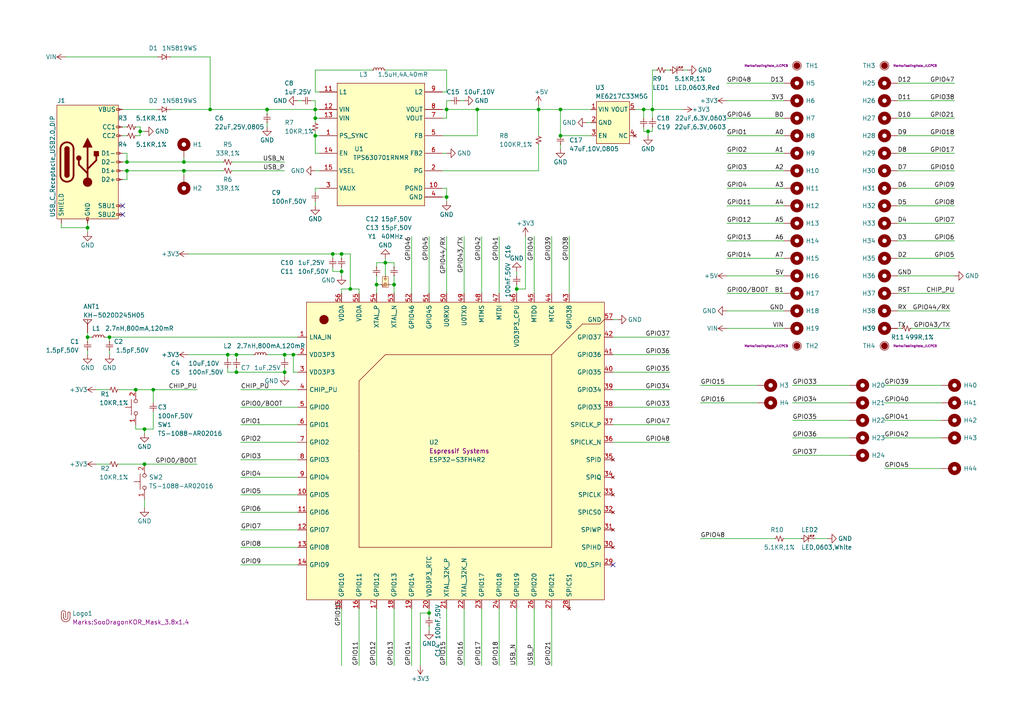
<source format=kicad_sch>
(kicad_sch (version 20250114) (generator "eeschema") (generator_version "9.0")
  (paper "A4")
  (title_block (rev "1") (company "Geekble") (comment 1 "2-Layer, 1-Oz, JLC PCB Fabrication") (comment 4 "SooDragon"))
  (junction (at 53.34 49.53))
  (junction (at 25.4 97.79))
  (junction (at 162.56 31.75))
  (junction (at 124.46 177.8))
  (junction (at 85.09 102.87))
  (junction (at 186.69 31.75))
  (junction (at 99.06 73.66))
  (junction (at 91.44 31.75))
  (junction (at 91.44 39.37))
  (junction (at 149.86 83.82))
  (junction (at 60.96 31.75))
  (junction (at 36.83 49.53))
  (junction (at 111.76 76.2))
  (junction (at 129.54 31.75))
  (junction (at 101.6 83.82))
  (junction (at 162.56 39.37))
  (junction (at 138.43 31.75))
  (junction (at 189.23 31.75))
  (junction (at 68.58 107.95))
  (junction (at 82.55 107.95))
  (junction (at 31.75 97.79))
  (junction (at 96.52 73.66))
  (junction (at 68.58 102.87))
  (junction (at 91.44 34.29))
  (junction (at 77.47 31.75))
  (junction (at 39.37 113.03))
  (junction (at 187.96 38.1))
  (junction (at 40.64 38.1))
  (junction (at 114.3 82.55))
  (junction (at 109.22 82.55))
  (junction (at 82.55 102.87))
  (junction (at 41.91 134.62))
  (junction (at 36.83 46.99))
  (junction (at 99.06 78.74))
  (junction (at 66.04 102.87))
  (junction (at 41.91 124.46))
  (junction (at 44.45 113.03))
  (junction (at 129.54 57.15))
  (junction (at 25.4 66.04))
  (junction (at 53.34 46.99))
  (junction (at 156.21 31.75))
  (no_connect (at 35.56 62.23))
  (no_connect (at 35.56 59.69))
  (no_connect (at 177.8 163.83))
  (wire (pts (xy 139.7 68.58) (xy 139.7 85.09)))
  (wire (pts (xy 99.06 73.66) (xy 96.52 73.66)))
  (wire (pts (xy 121.92 177.8) (xy 124.46 177.8)))
  (wire (pts (xy 25.4 101.6) (xy 25.4 102.87)))
  (wire (pts (xy 165.1 68.58) (xy 165.1 85.09)))
  (wire (pts (xy 66.04 106.68) (xy 66.04 107.95)))
  (wire (pts (xy 30.48 97.79) (xy 31.75 97.79)))
  (wire (pts (xy 152.4 83.82) (xy 149.86 83.82)))
  (wire (pts (xy 66.04 107.95) (xy 68.58 107.95)))
  (wire (pts (xy 91.44 39.37) (xy 91.44 44.45)))
  (wire (pts (xy 187.96 38.1) (xy 186.69 38.1)))
  (wire (pts (xy 104.14 193.04) (xy 104.14 176.53)))
  (wire (pts (xy 276.86 29.21) (xy 260.35 29.21)))
  (wire (pts (xy 119.38 68.58) (xy 119.38 85.09)))
  (wire (pts (xy 194.31 107.95) (xy 177.8 107.95)))
  (wire (pts (xy 25.4 66.04) (xy 17.78 66.04)))
  (wire (pts (xy 156.21 31.75) (xy 156.21 39.37)))
  (wire (pts (xy 162.56 39.37) (xy 171.45 39.37)))
  (wire (pts (xy 67.31 46.99) (xy 82.55 46.99)))
  (wire (pts (xy 129.54 193.04) (xy 129.54 176.53)))
  (wire (pts (xy 149.86 83.82) (xy 149.86 82.55)))
  (wire (pts (xy 124.46 177.8) (xy 124.46 179.07)))
  (wire (pts (xy 99.06 85.09) (xy 99.06 83.82)))
  (wire (pts (xy 25.4 64.77) (xy 25.4 66.04)))
  (wire (pts (xy 129.54 57.15) (xy 129.54 58.42)))
  (wire (pts (xy 189.23 34.29) (xy 189.23 31.75)))
  (wire (pts (xy 44.45 124.46) (xy 44.45 119.38)))
  (wire (pts (xy 67.31 49.53) (xy 82.55 49.53)))
  (wire (pts (xy 82.55 102.87) (xy 85.09 102.87)))
  (wire (pts (xy 227.33 85.09) (xy 210.82 85.09)))
  (wire (pts (xy 121.92 193.04) (xy 121.92 177.8)))
  (wire (pts (xy 53.34 49.53) (xy 64.77 49.53)))
  (wire (pts (xy 36.83 46.99) (xy 53.34 46.99)))
  (wire (pts (xy 114.3 193.04) (xy 114.3 176.53)))
  (wire (pts (xy 53.34 49.53) (xy 53.34 50.8)))
  (wire (pts (xy 109.22 82.55) (xy 109.22 85.09)))
  (wire (pts (xy 193.04 20.32) (xy 194.31 20.32)))
  (wire (pts (xy 227.33 39.37) (xy 210.82 39.37)))
  (wire (pts (xy 69.85 143.51) (xy 86.36 143.51)))
  (wire (pts (xy 109.22 76.2) (xy 109.22 77.47)))
  (wire (pts (xy 69.85 123.19) (xy 86.36 123.19)))
  (wire (pts (xy 130.81 29.21) (xy 129.54 29.21)))
  (wire (pts (xy 149.86 80.01) (xy 149.86 78.74)))
  (wire (pts (xy 210.82 64.77) (xy 227.33 64.77)))
  (wire (pts (xy 194.31 123.19) (xy 177.8 123.19)))
  (wire (pts (xy 54.61 102.87) (xy 66.04 102.87)))
  (wire (pts (xy 25.4 96.52) (xy 25.4 97.79)))
  (wire (pts (xy 39.37 39.37) (xy 40.64 39.37)))
  (wire (pts (xy 194.31 97.79) (xy 177.8 97.79)))
  (wire (pts (xy 82.55 106.68) (xy 82.55 107.95)))
  (wire (pts (xy 60.96 16.51) (xy 60.96 31.75)))
  (wire (pts (xy 260.35 34.29) (xy 276.86 34.29)))
  (wire (pts (xy 229.87 111.76) (xy 246.38 111.76)))
  (wire (pts (xy 35.56 44.45) (xy 36.83 44.45)))
  (wire (pts (xy 99.06 78.74) (xy 99.06 80.01)))
  (wire (pts (xy 114.3 77.47) (xy 114.3 76.2)))
  (wire (pts (xy 240.03 156.21) (xy 236.22 156.21)))
  (wire (pts (xy 91.44 31.75) (xy 92.71 31.75)))
  (wire (pts (xy 36.83 49.53) (xy 36.83 52.07)))
  (wire (pts (xy 138.43 31.75) (xy 156.21 31.75)))
  (wire (pts (xy 91.44 20.32) (xy 91.44 26.67)))
  (wire (pts (xy 124.46 181.61) (xy 124.46 182.88)))
  (wire (pts (xy 154.94 176.53) (xy 154.94 193.04)))
  (wire (pts (xy 91.44 34.29) (xy 92.71 34.29)))
  (wire (pts (xy 49.53 16.51) (xy 60.96 16.51)))
  (wire (pts (xy 77.47 31.75) (xy 91.44 31.75)))
  (wire (pts (xy 39.37 113.03) (xy 44.45 113.03)))
  (wire (pts (xy 77.47 102.87) (xy 82.55 102.87)))
  (wire (pts (xy 190.5 20.32) (xy 189.23 20.32)))
  (wire (pts (xy 40.64 38.1) (xy 40.64 36.83)))
  (wire (pts (xy 66.04 104.14) (xy 66.04 102.87)))
  (wire (pts (xy 25.4 97.79) (xy 25.4 99.06)))
  (wire (pts (xy 69.85 128.27) (xy 86.36 128.27)))
  (wire (pts (xy 114.3 82.55) (xy 114.3 85.09)))
  (wire (pts (xy 35.56 52.07) (xy 36.83 52.07)))
  (wire (pts (xy 128.27 57.15) (xy 129.54 57.15)))
  (wire (pts (xy 139.7 193.04) (xy 139.7 176.53)))
  (wire (pts (xy 189.23 31.75) (xy 198.12 31.75)))
  (wire (pts (xy 77.47 35.56) (xy 77.47 36.83)))
  (wire (pts (xy 162.56 31.75) (xy 171.45 31.75)))
  (wire (pts (xy 256.54 116.84) (xy 273.05 116.84)))
  (wire (pts (xy 186.69 31.75) (xy 186.69 34.29)))
  (wire (pts (xy 41.91 124.46) (xy 41.91 125.73)))
  (wire (pts (xy 85.09 107.95) (xy 85.09 102.87)))
  (wire (pts (xy 210.82 59.69) (xy 227.33 59.69)))
  (wire (pts (xy 276.86 44.45) (xy 260.35 44.45)))
  (wire (pts (xy 60.96 31.75) (xy 77.47 31.75)))
  (wire (pts (xy 90.17 29.21) (xy 91.44 29.21)))
  (wire (pts (xy 34.29 134.62) (xy 41.91 134.62)))
  (wire (pts (xy 27.94 134.62) (xy 31.75 134.62)))
  (wire (pts (xy 162.56 39.37) (xy 162.56 31.75)))
  (wire (pts (xy 54.61 73.66) (xy 96.52 73.66)))
  (wire (pts (xy 99.06 77.47) (xy 99.06 78.74)))
  (wire (pts (xy 227.33 44.45) (xy 210.82 44.45)))
  (wire (pts (xy 69.85 148.59) (xy 86.36 148.59)))
  (wire (pts (xy 128.27 44.45) (xy 129.54 44.45)))
  (wire (pts (xy 101.6 83.82) (xy 104.14 83.82)))
  (wire (pts (xy 96.52 77.47) (xy 96.52 78.74)))
  (wire (pts (xy 229.87 127) (xy 246.38 127)))
  (wire (pts (xy 109.22 80.01) (xy 109.22 82.55)))
  (wire (pts (xy 34.29 113.03) (xy 39.37 113.03)))
  (wire (pts (xy 39.37 124.46) (xy 41.91 124.46)))
  (wire (pts (xy 69.85 138.43) (xy 86.36 138.43)))
  (wire (pts (xy 184.15 31.75) (xy 186.69 31.75)))
  (wire (pts (xy 41.91 134.62) (xy 57.15 134.62)))
  (wire (pts (xy 114.3 76.2) (xy 111.76 76.2)))
  (wire (pts (xy 53.34 45.72) (xy 53.34 46.99)))
  (wire (pts (xy 49.53 31.75) (xy 60.96 31.75)))
  (wire (pts (xy 260.35 95.25) (xy 261.62 95.25)))
  (wire (pts (xy 114.3 80.01) (xy 114.3 82.55)))
  (wire (pts (xy 156.21 30.48) (xy 156.21 31.75)))
  (wire (pts (xy 27.94 113.03) (xy 31.75 113.03)))
  (wire (pts (xy 256.54 135.89) (xy 273.05 135.89)))
  (wire (pts (xy 104.14 83.82) (xy 104.14 85.09)))
  (wire (pts (xy 160.02 68.58) (xy 160.02 85.09)))
  (wire (pts (xy 194.31 113.03) (xy 177.8 113.03)))
  (wire (pts (xy 35.56 31.75) (xy 45.72 31.75)))
  (wire (pts (xy 276.86 39.37) (xy 260.35 39.37)))
  (wire (pts (xy 41.91 124.46) (xy 44.45 124.46)))
  (wire (pts (xy 44.45 113.03) (xy 44.45 116.84)))
  (wire (pts (xy 128.27 39.37) (xy 138.43 39.37)))
  (wire (pts (xy 99.06 73.66) (xy 101.6 73.66)))
  (wire (pts (xy 194.31 128.27) (xy 177.8 128.27)))
  (wire (pts (xy 69.85 163.83) (xy 86.36 163.83)))
  (wire (pts (xy 149.86 85.09) (xy 149.86 83.82)))
  (wire (pts (xy 91.44 26.67) (xy 92.71 26.67)))
  (wire (pts (xy 109.22 193.04) (xy 109.22 176.53)))
  (wire (pts (xy 99.06 193.04) (xy 99.06 176.53)))
  (wire (pts (xy 128.27 31.75) (xy 129.54 31.75)))
  (wire (pts (xy 99.06 83.82) (xy 101.6 83.82)))
  (wire (pts (xy 91.44 44.45) (xy 92.71 44.45)))
  (wire (pts (xy 227.33 80.01) (xy 210.82 80.01)))
  (wire (pts (xy 31.75 102.87) (xy 31.75 101.6)))
  (wire (pts (xy 35.56 49.53) (xy 36.83 49.53)))
  (wire (pts (xy 99.06 73.66) (xy 99.06 74.93)))
  (wire (pts (xy 35.56 36.83) (xy 36.83 36.83)))
  (wire (pts (xy 156.21 49.53) (xy 156.21 41.91)))
  (wire (pts (xy 227.33 54.61) (xy 210.82 54.61)))
  (wire (pts (xy 210.82 74.93) (xy 227.33 74.93)))
  (wire (pts (xy 91.44 39.37) (xy 92.71 39.37)))
  (wire (pts (xy 82.55 107.95) (xy 82.55 109.22)))
  (wire (pts (xy 96.52 78.74) (xy 99.06 78.74)))
  (wire (pts (xy 256.54 127) (xy 273.05 127)))
  (wire (pts (xy 86.36 29.21) (xy 87.63 29.21)))
  (wire (pts (xy 69.85 118.11) (xy 86.36 118.11)))
  (wire (pts (xy 91.44 38.1) (xy 91.44 39.37)))
  (wire (pts (xy 113.03 82.55) (xy 114.3 82.55)))
  (wire (pts (xy 31.75 97.79) (xy 86.36 97.79)))
  (wire (pts (xy 96.52 73.66) (xy 96.52 74.93)))
  (wire (pts (xy 91.44 34.29) (xy 91.44 35.56)))
  (wire (pts (xy 138.43 31.75) (xy 138.43 39.37)))
  (wire (pts (xy 232.41 156.21) (xy 227.33 156.21)))
  (wire (pts (xy 203.2 156.21) (xy 224.79 156.21)))
  (wire (pts (xy 210.82 69.85) (xy 227.33 69.85)))
  (wire (pts (xy 276.86 74.93) (xy 260.35 74.93)))
  (wire (pts (xy 276.86 54.61) (xy 260.35 54.61)))
  (wire (pts (xy 91.44 55.88) (xy 91.44 54.61)))
  (wire (pts (xy 69.85 133.35) (xy 86.36 133.35)))
  (wire (pts (xy 256.54 121.92) (xy 273.05 121.92)))
  (wire (pts (xy 210.82 24.13) (xy 227.33 24.13)))
  (wire (pts (xy 110.49 82.55) (xy 109.22 82.55)))
  (wire (pts (xy 129.54 20.32) (xy 129.54 26.67)))
  (wire (pts (xy 149.86 176.53) (xy 149.86 193.04)))
  (wire (pts (xy 124.46 68.58) (xy 124.46 85.09)))
  (wire (pts (xy 194.31 102.87) (xy 177.8 102.87)))
  (wire (pts (xy 156.21 31.75) (xy 162.56 31.75)))
  (wire (pts (xy 119.38 193.04) (xy 119.38 176.53)))
  (wire (pts (xy 91.44 49.53) (xy 92.71 49.53)))
  (wire (pts (xy 91.44 29.21) (xy 91.44 31.75)))
  (wire (pts (xy 134.62 68.58) (xy 134.62 85.09)))
  (wire (pts (xy 203.2 116.84) (xy 219.71 116.84)))
  (wire (pts (xy 229.87 121.92) (xy 246.38 121.92)))
  (wire (pts (xy 276.86 59.69) (xy 260.35 59.69)))
  (wire (pts (xy 35.56 46.99) (xy 36.83 46.99)))
  (wire (pts (xy 111.76 20.32) (xy 129.54 20.32)))
  (wire (pts (xy 129.54 29.21) (xy 129.54 31.75)))
  (wire (pts (xy 256.54 111.76) (xy 273.05 111.76)))
  (wire (pts (xy 68.58 106.68) (xy 68.58 107.95)))
  (wire (pts (xy 91.44 34.29) (xy 91.44 31.75)))
  (wire (pts (xy 144.78 68.58) (xy 144.78 85.09)))
  (wire (pts (xy 133.35 29.21) (xy 134.62 29.21)))
  (wire (pts (xy 128.27 54.61) (xy 129.54 54.61)))
  (wire (pts (xy 144.78 193.04) (xy 144.78 176.53)))
  (wire (pts (xy 69.85 153.67) (xy 86.36 153.67)))
  (wire (pts (xy 91.44 54.61) (xy 92.71 54.61)))
  (wire (pts (xy 68.58 102.87) (xy 68.58 104.14)))
  (wire (pts (xy 107.95 20.32) (xy 91.44 20.32)))
  (wire (pts (xy 227.33 90.17) (xy 210.82 90.17)))
  (wire (pts (xy 36.83 49.53) (xy 53.34 49.53)))
  (wire (pts (xy 19.05 16.51) (xy 45.72 16.51)))
  (wire (pts (xy 264.16 95.25) (xy 275.59 95.25)))
  (wire (pts (xy 129.54 68.58) (xy 129.54 85.09)))
  (wire (pts (xy 260.35 85.09) (xy 276.86 85.09)))
  (wire (pts (xy 129.54 54.61) (xy 129.54 57.15)))
  (wire (pts (xy 68.58 102.87) (xy 73.66 102.87)))
  (wire (pts (xy 276.86 64.77) (xy 260.35 64.77)))
  (wire (pts (xy 25.4 66.04) (xy 25.4 67.31)))
  (wire (pts (xy 186.69 38.1) (xy 186.69 36.83)))
  (wire (pts (xy 276.86 69.85) (xy 260.35 69.85)))
  (wire (pts (xy 198.12 20.32) (xy 199.39 20.32)))
  (wire (pts (xy 69.85 158.75) (xy 86.36 158.75)))
  (wire (pts (xy 17.78 66.04) (xy 17.78 64.77)))
  (wire (pts (xy 40.64 39.37) (xy 40.64 38.1)))
  (wire (pts (xy 187.96 39.37) (xy 187.96 38.1)))
  (wire (pts (xy 25.4 97.79) (xy 26.67 97.79)))
  (wire (pts (xy 189.23 20.32) (xy 189.23 31.75)))
  (wire (pts (xy 275.59 90.17) (xy 260.35 90.17)))
  (wire (pts (xy 170.18 35.56) (xy 171.45 35.56)))
  (wire (pts (xy 111.76 76.2) (xy 109.22 76.2)))
  (wire (pts (xy 128.27 34.29) (xy 129.54 34.29)))
  (wire (pts (xy 66.04 102.87) (xy 68.58 102.87)))
  (wire (pts (xy 39.37 36.83) (xy 40.64 36.83)))
  (wire (pts (xy 129.54 31.75) (xy 129.54 34.29)))
  (wire (pts (xy 82.55 102.87) (xy 82.55 104.14)))
  (wire (pts (xy 129.54 31.75) (xy 138.43 31.75)))
  (wire (pts (xy 229.87 116.84) (xy 246.38 116.84)))
  (wire (pts (xy 260.35 80.01) (xy 276.86 80.01)))
  (wire (pts (xy 128.27 49.53) (xy 156.21 49.53)))
  (wire (pts (xy 69.85 113.03) (xy 86.36 113.03)))
  (wire (pts (xy 187.96 38.1) (xy 189.23 38.1)))
  (wire (pts (xy 86.36 107.95) (xy 85.09 107.95)))
  (wire (pts (xy 44.45 113.03) (xy 57.15 113.03)))
  (wire (pts (xy 229.87 132.08) (xy 246.38 132.08)))
  (wire (pts (xy 124.46 176.53) (xy 124.46 177.8)))
  (wire (pts (xy 134.62 193.04) (xy 134.62 176.53)))
  (wire (pts (xy 53.34 46.99) (xy 64.77 46.99)))
  (wire (pts (xy 39.37 123.19) (xy 39.37 124.46)))
  (wire (pts (xy 31.75 97.79) (xy 31.75 99.06)))
  (wire (pts (xy 35.56 39.37) (xy 36.83 39.37)))
  (wire (pts (xy 91.44 58.42) (xy 91.44 59.69)))
  (wire (pts (xy 227.33 49.53) (xy 210.82 49.53)))
  (wire (pts (xy 77.47 31.75) (xy 77.47 33.02)))
  (wire (pts (xy 194.31 118.11) (xy 177.8 118.11)))
  (wire (pts (xy 210.82 95.25) (xy 227.33 95.25)))
  (wire (pts (xy 85.09 102.87) (xy 86.36 102.87)))
  (wire (pts (xy 152.4 68.58) (xy 152.4 83.82)))
  (wire (pts (xy 177.8 92.71) (xy 179.07 92.71)))
  (wire (pts (xy 36.83 44.45) (xy 36.83 46.99)))
  (wire (pts (xy 227.33 34.29) (xy 210.82 34.29)))
  (wire (pts (xy 203.2 111.76) (xy 219.71 111.76)))
  (wire (pts (xy 189.23 38.1) (xy 189.23 36.83)))
  (wire (pts (xy 111.76 76.2) (xy 111.76 80.01)))
  (wire (pts (xy 160.02 176.53) (xy 160.02 193.04)))
  (wire (pts (xy 186.69 31.75) (xy 189.23 31.75)))
  (wire (pts (xy 276.86 49.53) (xy 260.35 49.53)))
  (wire (pts (xy 276.86 24.13) (xy 260.35 24.13)))
  (wire (pts (xy 40.64 38.1) (xy 41.91 38.1)))
  (wire (pts (xy 111.76 74.93) (xy 111.76 76.2)))
  (wire (pts (xy 41.91 144.78) (xy 41.91 147.32)))
  (wire (pts (xy 129.54 26.67) (xy 128.27 26.67)))
  (wire (pts (xy 101.6 73.66) (xy 101.6 83.82)))
  (wire (pts (xy 68.58 107.95) (xy 82.55 107.95)))
  (wire (pts (xy 162.56 43.18) (xy 162.56 41.91)))
  (wire (pts (xy 154.94 68.58) (xy 154.94 85.09)))
  (wire (pts (xy 227.33 29.21) (xy 210.82 29.21)))
  (label "GPIO18" (at 276.86 39.37 180))
  (label "GND" (at 227.33 90.17 180))
  (label "GPIO14" (at 119.38 193.04 90))
  (label "A5" (at 227.33 64.77 180))
  (label "GPIO1" (at 69.85 123.19 0))
  (label "GPIO4" (at 69.85 138.43 0))
  (label "GPIO15" (at 203.2 111.76 0))
  (label "D11" (at 260.35 29.21 0))
  (label "GPIO45" (at 256.54 135.89 0))
  (label "GPIO37" (at 194.31 97.79 180))
  (label "GPIO39" (at 256.54 111.76 0))
  (label "A3" (at 227.33 54.61 180))
  (label "GPIO48" (at 203.2 156.21 0))
  (label "GPIO38" (at 276.86 29.21 180))
  (label "GPIO40" (at 256.54 116.84 0))
  (label "GPIO12" (at 210.82 64.77 0))
  (label "GPIO34" (at 194.31 113.03 180))
  (label "D13" (at 227.33 24.13 180))
  (label "GPIO0{slash}BOOT" (at 210.82 85.09 0))
  (label "GPIO21" (at 160.02 193.04 90))
  (label "D10" (at 260.35 34.29 0))
  (label "D5" (at 260.35 59.69 0))
  (label "GPIO36" (at 194.31 102.87 180))
  (label "GPIO46" (at 119.38 68.58 270))
  (label "GPIO5" (at 276.86 74.93 180))
  (label "GPIO47" (at 276.86 24.13 180))
  (label "GPIO44{slash}RX" (at 275.59 90.17 180))
  (label "GPIO14" (at 210.82 74.93 0))
  (label "GPIO39" (at 160.02 68.58 270))
  (label "GND" (at 260.35 80.01 0))
  (label "B0" (at 227.33 34.29 180))
  (label "GPIO44{slash}RX" (at 129.54 68.58 270))
  (label "GPIO35" (at 229.87 121.92 0))
  (label "GPIO13" (at 114.3 193.04 90))
  (label "GPIO2" (at 210.82 44.45 0))
  (label "GPIO2" (at 69.85 128.27 0))
  (label "GPIO16" (at 203.2 116.84 0))
  (label "USB_N" (at 149.86 193.04 90))
  (label "GPIO41" (at 256.54 121.92 0))
  (label "D8" (at 260.35 44.45 0))
  (label "A7" (at 227.33 74.93 180))
  (label "GPIO33" (at 229.87 111.76 0))
  (label "TX" (at 260.35 95.25 0))
  (label "GPIO0{slash}BOOT" (at 69.85 118.11 0))
  (label "GPIO15" (at 129.54 193.04 90))
  (label "A4" (at 227.33 59.69 180))
  (label "A2" (at 227.33 49.53 180))
  (label "GPIO41" (at 144.78 68.58 270))
  (label "GPIO37" (at 229.87 132.08 0))
  (label "GPIO3" (at 69.85 133.35 0))
  (label "CHIP_PU" (at 69.85 113.03 0))
  (label "A6" (at 227.33 69.85 180))
  (label "5V" (at 227.33 80.01 180))
  (label "GPIO13" (at 210.82 69.85 0))
  (label "GPIO8" (at 69.85 158.75 0))
  (label "GPIO11" (at 210.82 59.69 0))
  (label "GPIO6" (at 69.85 148.59 0))
  (label "GPIO5" (at 69.85 143.51 0))
  (label "GPIO43{slash}TX" (at 275.59 95.25 180))
  (label "USB_P" (at 82.55 49.53 180))
  (label "GPIO3" (at 210.82 49.53 0))
  (label "GPIO10" (at 276.86 49.53 180))
  (label "GPIO12" (at 109.22 193.04 90))
  (label "CHIP_PU" (at 276.86 85.09 180))
  (label "D4" (at 260.35 64.77 0))
  (label "GPIO18" (at 144.78 193.04 90))
  (label "RST" (at 260.35 85.09 0))
  (label "GPIO33" (at 194.31 118.11 180))
  (label "GPIO35" (at 194.31 107.95 180))
  (label "GPIO36" (at 229.87 127 0))
  (label "GPIO38" (at 165.1 68.58 270))
  (label "GPIO40" (at 154.94 68.58 270))
  (label "USB_P" (at 154.94 193.04 90))
  (label "GPIO7" (at 69.85 153.67 0))
  (label "VIN" (at 227.33 95.25 180))
  (label "GPIO45" (at 124.46 68.58 270))
  (label "GPIO1" (at 210.82 39.37 0))
  (label "GPIO17" (at 139.7 193.04 90))
  (label "GPIO48" (at 210.82 24.13 0))
  (label "GPIO21" (at 276.86 34.29 180))
  (label "GPIO43{slash}TX" (at 134.62 68.58 270))
  (label "USB_N" (at 82.55 46.99 180))
  (label "GPIO48" (at 194.31 128.27 180))
  (label "RX" (at 260.35 90.17 0))
  (label "D2" (at 260.35 74.93 0))
  (label "D12" (at 260.35 24.13 0))
  (label "GPIO6" (at 276.86 69.85 180))
  (label "GPIO47" (at 194.31 123.19 180))
  (label "D3" (at 260.35 69.85 0))
  (label "GPIO42" (at 139.7 68.58 270))
  (label "A1" (at 227.33 44.45 180))
  (label "GPIO42" (at 256.54 127 0))
  (label "D9" (at 260.35 39.37 0))
  (label "B1" (at 227.33 85.09 180))
  (label "GPIO7" (at 276.86 64.77 180))
  (label "D7" (at 260.35 49.53 0))
  (label "GPIO10" (at 99.06 181.61 90))
  (label "CHIP_PU" (at 57.15 113.03 180))
  (label "GPIO4" (at 210.82 54.61 0))
  (label "GPIO0{slash}BOOT" (at 57.15 134.62 180))
  (label "3V3" (at 227.33 29.21 180))
  (label "GPIO11" (at 104.14 193.04 90))
  (label "GPIO46" (at 210.82 34.29 0))
  (label "GPIO8" (at 276.86 59.69 180))
  (label "GPIO34" (at 229.87 116.84 0))
  (label "GPIO17" (at 276.86 44.45 180))
  (label "A0" (at 227.33 39.37 180))
  (label "D6" (at 260.35 54.61 0))
  (label "GPIO16" (at 134.62 193.04 90))
  (label "GPIO9" (at 276.86 54.61 180))
  (label "GPIO9" (at 69.85 163.83 0))
  (symbol (lib_id "Resistors:5.1KR,1%") (at 38.1 36.83 0) (unit 1)
    (property "Reference" "R3" (at 35.56 34.29 0))
    (property "Value" "5.1KR,1%" (at 39.37 34.29 0) (effects (justify left)))
    (property "Footprint" "Resistors:R_0402" (effects (hide yes)))
    (property "Datasheet" "https://datasheet.lcsc.com/szlcsc/Uniroyal-Elec-0402WGF5101TCE_C25905.pdf" (effects (hide yes)))
    (property "LCSC" "C25905" (effects (hide yes)))
    (property "Manufacturer Part Number" "0402WGF5101TCE" (effects (hide yes)))
    (property "Manufacturer" "Uniroyal Elec" (effects (hide yes)))
    (property "Library Type" "Basic" (effects (hide yes)))
  )
  (symbol (lib_id "Power_Management_ICs:TPS630701RNMR") (at 110.49 44.45 0) (unit 1)
    (property "Reference" "U1" (at 104.14 43.18 0))
    (property "Value" "TPS630701RNMR" (at 110.49 45.72 0))
    (property "Footprint" "Power_Management_ICs:RNM0015A" (effects (hide yes)))
    (property "Datasheet" "https://www.lcsc.com/datasheet/lcsc_datasheet_2303010030_Texas-Instruments-TPS630701RNMR_C2876599.pdf" (effects (hide yes)))
    (property "Description" "2-V to 16-V Buck-Boost Converter With 3.6-A Switch Current" (effects (hide yes)))
    (property "LCSC" "C2876599" (effects (hide yes)))
    (property "Manufacturer Part Number" "TPS630701RNMR" (effects (hide yes)))
    (property "Manufacturer" "Texas Instruments" (effects (hide yes)))
    (property "Library Type" "Extended" (effects (hide yes)))
  )
  (symbol (lib_id "power:GND") (at 134.62 29.21 90) (unit 1)
    (property "Reference" "#PWR023" (effects (hide yes)))
    (property "Value" "GND" (at 139.7 29.21 90))
  )
  (symbol (lib_id "Inductors_Chokes_Transformers:1.5uH,4A,40mR") (at 110.49 20.32 0) (unit 1)
    (property "Reference" "L3" (at 105.41 21.59 0))
    (property "Value" "1.5uH,4A,40mR" (at 116.84 21.59 0))
    (property "Footprint" "Inductors_Chokes_Transformers:FTC201612S" (effects (hide yes)))
    (property "Datasheet" "https://datasheet.lcsc.com/lcsc/2304140030_TDK-MLK1005S2N7ST000_C76791.pdf" (effects (hide yes)))
    (property "Description" "4A 1.5uH Integrated molded inductor ±20% 4A SMD,1.6x2mm  Power Inductors ROHS" (effects (hide yes)))
    (property "LCSC" "C5832350" (effects (hide yes)))
    (property "Manufacturer Part Number" "FTC201612S1R5MBCA" (effects (hide yes)))
    (property "Manufacturer" "cjiang (Changjiang Microelectronics Tech)" (effects (hide yes)))
    (property "Library Type" "Extended" (effects (hide yes)))
  )
  (symbol (lib_id "power:GND") (at 129.54 58.42 0) (unit 1)
    (property "Reference" "#PWR022" (effects (hide yes)))
    (property "Value" "GND" (at 129.54 62.23 0))
  )
  (symbol (lib_id "power:GND") (at 82.55 109.22 0) (unit 1)
    (property "Reference" "#PWR013" (effects (hide yes)))
    (property "Value" "GND" (at 78.74 110.49 0))
  )
  (symbol (lib_id "Resistors:5.1KR,1%") (at 38.1 39.37 0) (unit 1)
    (property "Reference" "R4" (at 35.56 41.91 0))
    (property "Value" "5.1KR,1%" (at 39.37 41.91 0) (effects (justify left)))
    (property "Footprint" "Resistors:R_0402" (effects (hide yes)))
    (property "Datasheet" "https://datasheet.lcsc.com/szlcsc/Uniroyal-Elec-0402WGF5101TCE_C25905.pdf" (effects (hide yes)))
    (property "LCSC" "C25905" (effects (hide yes)))
    (property "Manufacturer Part Number" "0402WGF5101TCE" (effects (hide yes)))
    (property "Manufacturer" "Uniroyal Elec" (effects (hide yes)))
    (property "Library Type" "Basic" (effects (hide yes)))
  )
  (symbol (lib_id "power:GND") (at 162.56 43.18 0) (unit 1)
    (property "Reference" "#PWR027" (effects (hide yes)))
    (property "Value" "GND" (at 162.56 46.99 0))
  )
  (symbol (lib_id "Pushbutton_Switches_Relays:TS-1088-AR02016") (at 44.45 139.7 90) (unit 1)
    (property "Reference" "SW2" (at 43.18 138.43 90) (effects (justify right)))
    (property "Value" "TS-1088-AR02016" (at 43.18 140.97 90) (effects (justify right)))
    (property "Footprint" "Pushbutton_Switches_Relays:TS-1088-AR020" (effects (hide yes)))
    (property "Datasheet" "https://datasheet.lcsc.com/lcsc/2304140030_XUNPU-TS-1088-AR02016_C720477.pdf" (effects (hide yes)))
    (property "Manufacturer" "XUNPU" (effects (hide yes)))
    (property "Manufacturer Part Number" "TS-1088-AR02016" (effects (hide yes)))
    (property "LCSC" "C720477" (effects (hide yes)))
    (property "Library Type" "Extended" (effects (hide yes)))
  )
  (symbol (lib_id "power:GND") (at 86.36 29.21 270) (unit 1)
    (property "Reference" "#PWR014" (effects (hide yes)))
    (property "Value" "GND" (at 81.28 29.21 90))
  )
  (symbol (lib_id "power:+3V3") (at 198.12 31.75 270) (unit 1)
    (property "Reference" "#PWR031" (effects (hide yes)))
    (property "Value" "+3V3" (at 200.66 31.75 90) (effects (justify left)))
  )
  (symbol (lib_id "Marks:MountingHole_Pad") (at 248.92 121.92 270) (unit 1)
    (property "Reference" "H22" (at 252.7876 121.9199 90) (effects (justify left)))
    (property "Value" "MountingHole_Pad" (effects (hide yes)))
    (property "Footprint" "Connectors:1x1_1.0piPad_SMD" (effects (hide yes)))
  )
  (symbol (lib_id "Capacitors:22uF,6.3V,0603") (at 186.69 35.56 90) (unit 1)
    (property "Reference" "C18" (at 194.31 34.29 90) (effects (justify left)))
    (property "Value" "22uF,6.3V,0603" (at 210.82 34.29 90) (effects (justify left)))
    (property "Footprint" "Capacitors:C_0603" (effects (hide yes)))
    (property "Datasheet" "https://jlcpcb.com/api/file/downloadByFileSystemAccessId/8555544417670705152" (effects (hide yes)))
    (property "Description" "6.3V 22uF X5R ±20% 0603 Multilayer Ceramic Capacitors MLCC - SMD/SMT ROHS" (effects (hide yes)))
    (property "LCSC" "C59461" (effects (hide yes)))
    (property "Manufacturer Part Number" "CL10A226MQ8NRNC" (effects (hide yes)))
    (property "Manufacturer" "Samsung Electro-Mechanics" (effects (hide yes)))
    (property "Library Type" "Basic" (effects (hide yes)))
  )
  (symbol (lib_id "Marks:MountingHole_Pad") (at 257.81 29.21 90) (unit 1)
    (property "Reference" "H26" (at 254 29.21 90) (effects (justify left)))
    (property "Value" "MountingHole_Pad" (effects (hide yes)))
    (property "Footprint" "Connectors:1x1_P2.54_CastellatedPad" (effects (hide yes)))
  )
  (symbol (lib_name "5.1KR,1%_1") (lib_id "Resistors:5.1KR,1%") (at 226.06 156.21 180) (unit 1)
    (property "Reference" "R10" (at 227.33 153.67 0) (effects (justify left)))
    (property "Value" "5.1KR,1%" (at 226.06 158.75 0))
    (property "Footprint" "Resistors:R_0402" (effects (hide yes)))
    (property "Datasheet" "https://datasheet.lcsc.com/szlcsc/Uniroyal-Elec-0402WGF5101TCE_C25905.pdf" (effects (hide yes)))
    (property "LCSC" "C25905" (effects (hide yes)))
    (property "Manufacturer Part Number" "0402WGF5101TCE" (effects (hide yes)))
    (property "Manufacturer" "Uniroyal Elec" (effects (hide yes)))
    (property "Library Type" "Basic" (effects (hide yes)))
  )
  (symbol (lib_id "Pushbutton_Switches_Relays:TS-1088-AR02016") (at 41.91 118.11 90) (unit 1)
    (property "Reference" "SW1" (at 45.72 123.19 90) (effects (justify right)))
    (property "Value" "TS-1088-AR02016" (at 45.72 125.73 90) (effects (justify right)))
    (property "Footprint" "Pushbutton_Switches_Relays:TS-1088-AR020" (effects (hide yes)))
    (property "Datasheet" "https://datasheet.lcsc.com/lcsc/2304140030_XUNPU-TS-1088-AR02016_C720477.pdf" (effects (hide yes)))
    (property "Manufacturer" "XUNPU" (effects (hide yes)))
    (property "Manufacturer Part Number" "TS-1088-AR02016" (effects (hide yes)))
    (property "LCSC" "C720477" (effects (hide yes)))
    (property "Library Type" "Extended" (effects (hide yes)))
  )
  (symbol (lib_id "Capacitors:22uF,6.3V,0603") (at 189.23 35.56 90) (unit 1)
    (property "Reference" "C19" (at 190.5 36.83 90) (effects (justify right)))
    (property "Value" "22uF,6.3V,0603" (at 195.58 36.83 90) (effects (justify right)))
    (property "Footprint" "Capacitors:C_0603" (effects (hide yes)))
    (property "Datasheet" "https://jlcpcb.com/api/file/downloadByFileSystemAccessId/8555544417670705152" (effects (hide yes)))
    (property "Description" "6.3V 22uF X5R ±20% 0603 Multilayer Ceramic Capacitors MLCC - SMD/SMT ROHS" (effects (hide yes)))
    (property "LCSC" "C59461" (effects (hide yes)))
    (property "Manufacturer Part Number" "CL10A226MQ8NRNC" (effects (hide yes)))
    (property "Manufacturer" "Samsung Electro-Mechanics" (effects (hide yes)))
    (property "Library Type" "Basic" (effects (hide yes)))
  )
  (symbol (lib_id "power:GND") (at 199.39 20.32 90) (unit 1)
    (property "Reference" "#PWR032" (effects (hide yes)))
    (property "Value" "GND" (at 204.47 20.32 90))
  )
  (symbol (lib_id "Marks:MountingHole_Pad") (at 275.59 135.89 270) (unit 1)
    (property "Reference" "H44" (at 279.4576 135.8899 90) (effects (justify left)))
    (property "Value" "MountingHole_Pad" (effects (hide yes)))
    (property "Footprint" "Connectors:1x1_1.0piPad_SMD" (effects (hide yes)))
  )
  (symbol (lib_id "power:GND") (at 129.54 44.45 90) (unit 1)
    (property "Reference" "#PWR021" (effects (hide yes)))
    (property "Value" "GND" (at 134.62 44.45 90))
  )
  (symbol (lib_id "Marks:MountingHole_Pad") (at 229.87 69.85 270) (mirror x) (unit 1)
    (property "Reference" "H14" (at 233.68 69.85 90) (effects (justify left)))
    (property "Value" "MountingHole_Pad" (effects (hide yes)))
    (property "Footprint" "Connectors:1x1_P2.54_CastellatedPad" (effects (hide yes)))
  )
  (symbol (lib_id "Marks:ToolingHole") (at 256.54 100.33 0) (unit 1)
    (property "Reference" "TH4" (at 250.19 100.33 0) (effects (justify left)))
    (property "Value" "ToolingHole" (effects (hide yes)))
    (property "Footprint" "Marks:ToolingHole_JLCPCB" (at 259.08 100.33 0) (effects (font (size 0.635 0.635)) (justify left)))
  )
  (symbol (lib_id "Marks:MountingHole_Pad") (at 257.81 85.09 90) (mirror x) (unit 1)
    (property "Reference" "H37" (at 254 85.09 90) (effects (justify left)))
    (property "Value" "MountingHole_Pad" (effects (hide yes)))
    (property "Footprint" "Connectors:1x1_P2.54_CastellatedPad" (effects (hide yes)))
  )
  (symbol (lib_id "Power_Management_ICs:ME6217C33M5G") (at 177.8 35.56 0) (unit 1)
    (property "Reference" "U3" (at 173.99 25.4 0))
    (property "Value" "ME6217C33M5G" (at 180.34 27.94 0))
    (property "Footprint" "Power_Management_ICs:SOT-23-5" (effects (hide yes)))
    (property "Datasheet" "https://www.lcsc.com/datasheet/lcsc_datasheet_1912111437_MICRONE-Nanjing-Micro-One-Elec-ME6217C33M5G_C427602.pdf" (effects (hide yes)))
    (property "Description" "65dB@(1kHz) 800mA Fixed 3.3V Positive electrode 7V SOT-23-5 Voltage Regulators - Linear, Low Drop Out (LDO) Regulators ROHS" (effects (hide yes)))
    (property "LCSC" "C427602" (effects (hide yes)))
    (property "Manufacturer Part Number" "ME6217C33M5G" (effects (hide yes)))
    (property "Manufacturer" "MICRONE(Nanjing Micro One Elec)" (effects (hide yes)))
    (property "Library Type" "Extended" (effects (hide yes)))
  )
  (symbol (lib_id "Connectors:USB_C_Receptacle_USB2.0_DIP") (at 25.4 46.99 0) (unit 1)
    (property "Reference" "J1" (at 17.78 29.21 0))
    (property "Value" "USB_C_Receptacle_USB2.0_DIP" (at 15.24 48.26 90))
    (property "Footprint" "Connectors:USB_DIP,8.94x7.3mm" (effects (hide yes)))
    (property "Datasheet" "https://datasheet.lcsc.com/szlcsc/1811131825_Korean-Hroparts-Elec-TYPE-C-31-M-12_C165948.pdf" (effects (hide yes)))
    (property "LCSC" "C165948" (effects (hide yes)))
    (property "Manufacturer Part Number" "TYPE-C-31-M-12" (effects (hide yes)))
    (property "Manufacturer" "Korean Hroparts Elec" (effects (hide yes)))
    (property "Library Type" "Extended" (effects (hide yes)))
  )
  (symbol (lib_id "Capacitors:1uF,25V") (at 82.55 105.41 90) (unit 1)
    (property "Reference" "C7" (at 69.85 106.68 90) (effects (justify right)))
    (property "Value" "1uF,25V" (at 73.66 106.68 90) (effects (justify right)))
    (property "Footprint" "Capacitors:C_0402" (effects (hide yes)))
    (property "Datasheet" "https://datasheet.lcsc.com/lcsc/1811091611_Samsung-Electro-Mechanics-CL05A105KA5NQNC_C52923.pdf" (effects (hide yes)))
    (property "LCSC" "C52923" (effects (hide yes)))
    (property "Manufacturer Part Number" "CL05A105KA5NQNC" (effects (hide yes)))
    (property "Manufacturer" "Samsung Electro-Mechanics" (effects (hide yes)))
    (property "Library Type" "Basic" (effects (hide yes)))
  )
  (symbol (lib_id "power:+3V3") (at 27.94 134.62 90) (unit 1)
    (property "Reference" "#PWR05" (effects (hide yes)))
    (property "Value" "+3V3" (at 25.4 134.62 90) (effects (justify left)))
  )
  (symbol (lib_id "power:GND") (at 25.4 102.87 0) (unit 1)
    (property "Reference" "#PWR03" (effects (hide yes)))
    (property "Value" "GND" (at 25.4 106.68 0))
  )
  (symbol (lib_id "Capacitors:10nF,50V") (at 99.06 76.2 90) (unit 1)
    (property "Reference" "C11" (at 81.28 78.74 90) (effects (justify right)))
    (property "Value" "10nF,50V" (at 86.36 78.74 90) (effects (justify right)))
    (property "Footprint" "Capacitors:C_0402" (effects (hide yes)))
    (property "Datasheet" "https://datasheet.lcsc.com/lcsc/1810191223_Samsung-Electro-Mechanics-CL05B103KB5NNNC_C15195.pdf" (effects (hide yes)))
    (property "LCSC" "C15195" (effects (hide yes)))
    (property "Manufacturer Part Number" "CL05B103KB5NNNC" (effects (hide yes)))
    (property "Manufacturer" "Samsung Electro-Mechanics" (effects (hide yes)))
    (property "Library Type" "Basic" (effects (hide yes)))
  )
  (symbol (lib_id "Diodes:LED,0603,Red") (at 196.85 20.32 180) (unit 1)
    (property "Reference" "LED1" (at 189.23 25.4 0) (effects (justify right)))
    (property "Value" "LED,0603,Red" (at 195.58 25.4 0) (effects (justify right)))
    (property "Footprint" "Diodes:LED_0603_Red" (effects (hide yes)))
    (property "Datasheet" "Hubei-KENTO-Elec-KT-0603R_C2286.pdf" (effects (hide yes)))
    (property "LCSC" "C2286" (effects (hide yes)))
    (property "Manufacturer Part Number" "KT-0603R" (effects (hide yes)))
    (property "Manufacturer" "Hubei KENTO Elec" (effects (hide yes)))
    (property "Library Type" "Basic" (effects (hide yes)))
  )
  (symbol (lib_id "Marks:MountingHole_Pad") (at 229.87 54.61 270) (mirror x) (unit 1)
    (property "Reference" "H11" (at 233.68 54.61 90) (effects (justify left)))
    (property "Value" "MountingHole_Pad" (effects (hide yes)))
    (property "Footprint" "Connectors:1x1_P2.54_CastellatedPad" (effects (hide yes)))
  )
  (symbol (lib_id "Capacitors:100nF,50V") (at 124.46 180.34 270) (mirror x) (unit 1)
    (property "Reference" "C14" (at 127 186.69 0) (effects (justify right)))
    (property "Value" "100nF,50V" (at 127 175.26 0) (effects (justify right)))
    (property "Footprint" "Capacitors:C_0402" (effects (hide yes)))
    (property "Datasheet" "https://datasheet.lcsc.com/lcsc/1810191222_Samsung-Electro-Mechanics-CL05B104KB54PNC_C307331.pdf" (effects (hide yes)))
    (property "LCSC" "C307331" (effects (hide yes)))
    (property "Manufacturer Part Number" "CL05B104KB54PNC" (effects (hide yes)))
    (property "Manufacturer" "Samsung Electro-Mechanics" (effects (hide yes)))
    (property "Library Type" "Basic" (effects (hide yes)))
  )
  (symbol (lib_id "Capacitors:1uF,25V") (at 96.52 76.2 90) (unit 1)
    (property "Reference" "C10" (at 81.28 76.2 90) (effects (justify right)))
    (property "Value" "1uF,25V" (at 86.36 76.2 90) (effects (justify right)))
    (property "Footprint" "Capacitors:C_0402" (effects (hide yes)))
    (property "Datasheet" "https://datasheet.lcsc.com/lcsc/1811091611_Samsung-Electro-Mechanics-CL05A105KA5NQNC_C52923.pdf" (effects (hide yes)))
    (property "LCSC" "C52923" (effects (hide yes)))
    (property "Manufacturer Part Number" "CL05A105KA5NQNC" (effects (hide yes)))
    (property "Manufacturer" "Samsung Electro-Mechanics" (effects (hide yes)))
    (property "Library Type" "Basic" (effects (hide yes)))
  )
  (symbol (lib_id "Capacitors:100nF,50V") (at 44.45 118.11 90) (unit 1)
    (property "Reference" "C3" (at 45.72 118.11 90) (effects (justify right)))
    (property "Value" "100nF,50V" (at 45.72 120.65 90) (effects (justify right)))
    (property "Footprint" "Capacitors:C_0402" (effects (hide yes)))
    (property "Datasheet" "https://datasheet.lcsc.com/lcsc/1810191222_Samsung-Electro-Mechanics-CL05B104KB54PNC_C307331.pdf" (effects (hide yes)))
    (property "LCSC" "C307331" (effects (hide yes)))
    (property "Manufacturer Part Number" "CL05B104KB54PNC" (effects (hide yes)))
    (property "Manufacturer" "Samsung Electro-Mechanics" (effects (hide yes)))
    (property "Library Type" "Basic" (effects (hide yes)))
  )
  (symbol (lib_id "Capacitors:100nF,50V") (at 68.58 105.41 90) (unit 1)
    (property "Reference" "C5" (at 49.53 107.95 90) (effects (justify right)))
    (property "Value" "100nF,50V" (at 54.61 107.95 90) (effects (justify right)))
    (property "Footprint" "Capacitors:C_0402" (effects (hide yes)))
    (property "Datasheet" "https://datasheet.lcsc.com/lcsc/1810191222_Samsung-Electro-Mechanics-CL05B104KB54PNC_C307331.pdf" (effects (hide yes)))
    (property "LCSC" "C307331" (effects (hide yes)))
    (property "Manufacturer Part Number" "CL05B104KB54PNC" (effects (hide yes)))
    (property "Manufacturer" "Samsung Electro-Mechanics" (effects (hide yes)))
    (property "Library Type" "Basic" (effects (hide yes)))
  )
  (symbol (lib_id "Inductors_Chokes_Transformers:2.7nH,800mA,120mR") (at 29.21 97.79 0) (unit 1)
    (property "Reference" "L1" (at 26.67 95.25 0) (effects (justify left)))
    (property "Value" "2.7nH,800mA,120mR" (at 30.48 95.25 0) (effects (justify left)))
    (property "Footprint" "Inductors_Chokes_Transformers:L_0402" (effects (hide yes)))
    (property "Datasheet" "https://www.lcsc.com/datasheet/lcsc_datasheet_2304140030_Murata-Electronics-LQG15HS2N7S02D_C77108.pdf" (effects (hide yes)))
    (property "Description" "800mA 2.7nH 120mΩ 0402 Inductors (SMD) ROHS" (effects (hide yes)))
    (property "LCSC" "C77108" (effects (hide yes)))
    (property "Manufacturer Part Number" "LQG15HS2N7S02D" (effects (hide yes)))
    (property "Manufacturer" "Murata Electronics" (effects (hide yes)))
    (property "Library Type" "Extended" (effects (hide yes)))
  )
  (symbol (lib_id "power:GND") (at 170.18 35.56 270) (unit 1)
    (property "Reference" "#PWR028" (effects (hide yes)))
    (property "Value" "GND" (at 165.1 35.56 90))
  )
  (symbol (lib_id "Marks:MountingHole_Pad") (at 257.81 59.69 90) (unit 1)
    (property "Reference" "H32" (at 254 59.69 90) (effects (justify left)))
    (property "Value" "MountingHole_Pad" (effects (hide yes)))
    (property "Footprint" "Connectors:1x1_P2.54_CastellatedPad" (effects (hide yes)))
  )
  (symbol (lib_id "Marks:MountingHole_Pad") (at 229.87 24.13 270) (mirror x) (unit 1)
    (property "Reference" "H5" (at 233.68 24.13 90) (effects (justify left)))
    (property "Value" "MountingHole_Pad" (effects (hide yes)))
    (property "Footprint" "Connectors:1x1_P2.54_CastellatedPad" (effects (hide yes)))
  )
  (symbol (lib_id "Marks:MountingHole_Pad") (at 275.59 121.92 270) (unit 1)
    (property "Reference" "H42" (at 279.4576 121.9199 90) (effects (justify left)))
    (property "Value" "MountingHole_Pad" (effects (hide yes)))
    (property "Footprint" "Connectors:1x1_1.0piPad_SMD" (effects (hide yes)))
  )
  (symbol (lib_id "Marks:MountingHole_Pad") (at 275.59 127 270) (unit 1)
    (property "Reference" "H43" (at 279.4576 126.9999 90) (effects (justify left)))
    (property "Value" "MountingHole_Pad" (effects (hide yes)))
    (property "Footprint" "Connectors:1x1_1.0piPad_SMD" (effects (hide yes)))
  )
  (symbol (lib_id "Diodes:LED,0603,White") (at 234.95 156.21 180) (unit 1)
    (property "Reference" "LED2" (at 232.41 153.67 0) (effects (justify right)))
    (property "Value" "LED,0603,White" (at 232.41 158.75 0) (effects (justify right)))
    (property "Footprint" "Diodes:LED_0603_White" (effects (hide yes)))
    (property "Datasheet" "https://datasheet.lcsc.com/szlcsc/Hubei-KENTO-Elec-0603White-light-173-207mcd_C2290.pdf" (effects (hide yes)))
    (property "LCSC" "C2290" (effects (hide yes)))
    (property "Manufacturer Part Number" "-" (effects (hide yes)))
    (property "Manufacturer" "Hubei KENTO Elec" (effects (hide yes)))
    (property "Library Type" "Basic" (effects (hide yes)))
  )
  (symbol (lib_id "RadioFrequencyChip_Antenna:KH-5020D245H05") (at 25.4 96.52 0) (unit 1)
    (property "Reference" "ANT1" (at 24.13 88.9 0) (effects (justify left)))
    (property "Value" "KH-5020D245H05" (at 24.13 91.44 0) (effects (justify left)))
    (property "Footprint" "RadioFrequencyChip_Antenna:ANT_5020" (effects (hide yes)))
    (property "Datasheet" "https://datasheet.lcsc.com/lcsc/1912111437_Shenzhen-Kinghelm-Elec-KH-5020D245M0X_C454142.pdf" (effects (hide yes)))
    (property "Description" "2450MHz Center Frequency, 3.19dBi Peak Gain, Monopole & Single Feeding, 4W," (effects (hide yes)))
    (property "LCSC" "C45359218" (effects (hide yes)))
    (property "Manufacturer Part Number" "KH-5020D245H05" (effects (hide yes)))
    (property "Manufacturer" "Shenzhen Kinghelm Elec" (effects (hide yes)))
    (property "Library Type" "Extended" (effects (hide yes)))
  )
  (symbol (lib_id "power:+3V3") (at 210.82 29.21 90) (unit 1)
    (property "Reference" "#PWR033" (effects (hide yes)))
    (property "Value" "+3V3" (at 208.28 29.21 90) (effects (justify left)))
  )
  (symbol (lib_id "Marks:MountingHole_Pad") (at 248.92 111.76 270) (unit 1)
    (property "Reference" "H20" (at 252.7876 111.7599 90) (effects (justify left)))
    (property "Value" "MountingHole_Pad" (effects (hide yes)))
    (property "Footprint" "Connectors:1x1_1.0piPad_SMD" (effects (hide yes)))
  )
  (symbol (lib_id "Resistors:10KR,1%") (at 33.02 113.03 0) (unit 1)
    (property "Reference" "R1" (at 30.48 114.3 0))
    (property "Value" "10KR,1%" (at 33.02 116.84 0))
    (property "Footprint" "Resistors:R_0402" (effects (hide yes)))
    (property "Datasheet" "https://datasheet.lcsc.com/szlcsc/Uniroyal-Elec-0402WGF1002TCE_C25744.pdf" (effects (hide yes)))
    (property "LCSC" "C25744" (effects (hide yes)))
    (property "Manufacturer Part Number" "0402WGF1002TCE" (effects (hide yes)))
    (property "Manufacturer" "Uniroyal Elec" (effects (hide yes)))
    (property "Library Type" "Basic" (effects (hide yes)))
  )
  (symbol (lib_id "Marks:MountingHole_Pad") (at 53.34 53.34 180) (unit 1)
    (property "Reference" "H2" (at 55.88 54.6099 0) (effects (justify right)))
    (property "Value" "MountingHole_Pad" (effects (hide yes)))
    (property "Footprint" "Connectors:1x1_1.0piPad_SMD" (effects (hide yes)))
  )
  (symbol (lib_id "Marks:MountingHole_Pad") (at 229.87 74.93 270) (mirror x) (unit 1)
    (property "Reference" "H15" (at 233.68 74.93 90) (effects (justify left)))
    (property "Value" "MountingHole_Pad" (effects (hide yes)))
    (property "Footprint" "Connectors:1x1_P2.54_CastellatedPad" (effects (hide yes)))
  )
  (symbol (lib_id "Marks:MountingHole_Pad") (at 229.87 64.77 270) (mirror x) (unit 1)
    (property "Reference" "H13" (at 233.68 64.77 90) (effects (justify left)))
    (property "Value" "MountingHole_Pad" (effects (hide yes)))
    (property "Footprint" "Connectors:1x1_P2.54_CastellatedPad" (effects (hide yes)))
  )
  (symbol (lib_id "power:GND") (at 25.4 67.31 0) (unit 1)
    (property "Reference" "#PWR02" (effects (hide yes)))
    (property "Value" "GND" (at 25.4 71.12 0))
  )
  (symbol (lib_id "power:GND") (at 41.91 38.1 90) (unit 1)
    (property "Reference" "#PWR07" (effects (hide yes)))
    (property "Value" "GND" (at 46.99 38.1 90))
  )
  (symbol (lib_id "power:GND") (at 240.03 156.21 90) (unit 1)
    (property "Reference" "#PWR037" (effects (hide yes)))
    (property "Value" "GND" (at 245.11 156.21 90))
  )
  (symbol (lib_id "Capacitors:1.5pF,50V") (at 31.75 100.33 90) (unit 1)
    (property "Reference" "C2" (at 33.02 99.06 90) (effects (justify right)))
    (property "Value" "1.5pF,50V" (at 43.18 101.6 90) (effects (justify left)))
    (property "Footprint" "Capacitors:C_0402" (effects (hide yes)))
    (property "Datasheet" "https://datasheet.lcsc.com/lcsc/2304140030_FH--Guangdong-Fenghua-Advanced-Tech-0402CG1R5C500NT_C1552.pdf" (effects (hide yes)))
    (property "Description" "50V 1.5pF C0G 0402  Multilayer Ceramic Capacitors MLCC - SMD/SMT ROHS" (effects (hide yes)))
    (property "LCSC" "C1552" (effects (hide yes)))
    (property "Manufacturer Part Number" "0402CG1R5C500NT" (effects (hide yes)))
    (property "Manufacturer" "FH (Guangdong Fenghua Advanced Tech)" (effects (hide yes)))
    (property "Library Type" "Extended" (effects (hide yes)))
  )
  (symbol (lib_id "Marks:ToolingHole") (at 256.54 19.05 0) (unit 1)
    (property "Reference" "TH3" (at 250.19 19.05 0) (effects (justify left)))
    (property "Value" "ToolingHole" (effects (hide yes)))
    (property "Footprint" "Marks:ToolingHole_JLCPCB" (at 259.08 19.05 0) (effects (font (size 0.635 0.635)) (justify left)))
  )
  (symbol (lib_id "power:+3V3") (at 152.4 68.58 0) (mirror y) (unit 1)
    (property "Reference" "#PWR025" (effects (hide yes)))
    (property "Value" "+3V3" (at 152.4 64.77 0))
  )
  (symbol (lib_id "Resistors:10KR,1%") (at 33.02 134.62 0) (unit 1)
    (property "Reference" "R2" (at 30.48 135.89 0))
    (property "Value" "10KR,1%" (at 33.02 138.43 0))
    (property "Footprint" "Resistors:R_0402" (effects (hide yes)))
    (property "Datasheet" "https://datasheet.lcsc.com/szlcsc/Uniroyal-Elec-0402WGF1002TCE_C25744.pdf" (effects (hide yes)))
    (property "LCSC" "C25744" (effects (hide yes)))
    (property "Manufacturer Part Number" "0402WGF1002TCE" (effects (hide yes)))
    (property "Manufacturer" "Uniroyal Elec" (effects (hide yes)))
    (property "Library Type" "Basic" (effects (hide yes)))
  )
  (symbol (lib_id "Marks:ToolingHole") (at 231.14 19.05 0) (unit 1)
    (property "Reference" "TH1" (at 233.68 19.05 0) (effects (justify left)))
    (property "Value" "ToolingHole" (effects (hide yes)))
    (property "Footprint" "Marks:ToolingHole_JLCPCB" (at 215.9 19.05 0) (effects (font (size 0.635 0.635)) (justify left)))
  )
  (symbol (lib_id "Marks:MountingHole_Pad") (at 229.87 39.37 270) (mirror x) (unit 1)
    (property "Reference" "H8" (at 233.68 39.37 90) (effects (justify left)))
    (property "Value" "MountingHole_Pad" (effects (hide yes)))
    (property "Footprint" "Connectors:1x1_P2.54_CastellatedPad" (effects (hide yes)))
  )
  (symbol (lib_id "Capacitors:1uF,25V") (at 88.9 29.21 0) (unit 1)
    (property "Reference" "C8" (at 83.82 24.13 0))
    (property "Value" "1uF,25V" (at 86.36 26.67 0))
    (property "Footprint" "Capacitors:C_0402" (effects (hide yes)))
    (property "Datasheet" "https://datasheet.lcsc.com/lcsc/1811091611_Samsung-Electro-Mechanics-CL05A105KA5NQNC_C52923.pdf" (effects (hide yes)))
    (property "Description" "X5R 25V ±10% 1uF 0402 Multilayer Ceramic Capacitors MLCC - SMD/SMT ROHS" (effects (hide yes)))
    (property "LCSC" "C52923" (effects (hide yes)))
    (property "Manufacturer Part Number" "CL05A105KA5NQNC" (effects (hide yes)))
    (property "Manufacturer" "Samsung Electro-Mechanics" (effects (hide yes)))
    (property "Library Type" "Basic" (effects (hide yes)))
  )
  (symbol (lib_id "Marks:MountingHole_Pad") (at 275.59 116.84 270) (unit 1)
    (property "Reference" "H41" (at 279.4576 116.8399 90) (effects (justify left)))
    (property "Value" "MountingHole_Pad" (effects (hide yes)))
    (property "Footprint" "Connectors:1x1_1.0piPad_SMD" (effects (hide yes)))
  )
  (symbol (lib_id "Resistors:10KR,1%") (at 91.44 36.83 90) (unit 1)
    (property "Reference" "R7" (at 82.55 35.56 90) (effects (justify right)))
    (property "Value" "10KR,1%" (at 82.55 38.1 90) (effects (justify right)))
    (property "Footprint" "Resistors:R_0402" (effects (hide yes)))
    (property "Datasheet" "https://datasheet.lcsc.com/szlcsc/Uniroyal-Elec-0402WGF1002TCE_C25744.pdf" (effects (hide yes)))
    (property "Description" "CHIP RESISTOR - SURFACE MOUNT 10KOHMS ±1% 1/16W 0402 ROHS" (effects (hide yes)))
    (property "LCSC" "C25744" (effects (hide yes)))
    (property "Manufacturer Part Number" "0402WGF1002TCE" (effects (hide yes)))
    (property "Manufacturer" "Uniroyal Elec" (effects (hide yes)))
    (property "Library Type" "Basic" (effects (hide yes)))
  )
  (symbol (lib_id "Marks:MountingHole_Pad") (at 248.92 116.84 270) (unit 1)
    (property "Reference" "H21" (at 252.7876 116.8399 90) (effects (justify left)))
    (property "Value" "MountingHole_Pad" (effects (hide yes)))
    (property "Footprint" "Connectors:1x1_1.0piPad_SMD" (effects (hide yes)))
  )
  (symbol (lib_id "Marks:MountingHole_Pad") (at 222.25 111.76 270) (unit 1)
    (property "Reference" "H3" (at 226.06 111.7599 90) (effects (justify left)))
    (property "Value" "MountingHole_Pad" (effects (hide yes)))
    (property "Footprint" "Connectors:1x1_1.0piPad_SMD" (effects (hide yes)))
  )
  (symbol (lib_id "Diodes:1N5819WS") (at 48.26 31.75 0) (mirror y) (unit 1)
    (property "Reference" "D2" (at 44.45 29.21 0))
    (property "Value" "1N5819WS" (at 52.07 29.21 0))
    (property "Footprint" "Diodes:SOD-323F" (effects (hide yes)))
    (property "Datasheet" "https://datasheet.lcsc.com/lcsc/2204281430_Guangdong-Hottech-1N5819WS_C191023.pdf" (effects (hide yes)))
    (property "LCSC" "C191023" (effects (hide yes)))
    (property "Manufacturer Part Number" "1N5819WS" (effects (hide yes)))
    (property "Manufacturer" "Guangdong Hottech" (effects (hide yes)))
    (property "Library Type" "Basic" (effects (hide yes)))
  )
  (symbol (lib_id "power:GND") (at 31.75 102.87 0) (unit 1)
    (property "Reference" "#PWR06" (effects (hide yes)))
    (property "Value" "GND" (at 31.75 106.68 0))
  )
  (symbol (lib_id "Capacitors:10uF,10V") (at 66.04 105.41 90) (unit 1)
    (property "Reference" "C4" (at 49.53 105.41 90) (effects (justify right)))
    (property "Value" "10uF,10V" (at 54.61 105.41 90) (effects (justify right)))
    (property "Footprint" "Capacitors:C_0402" (effects (hide yes)))
    (property "Datasheet" "https://datasheet.lcsc.com/lcsc/1912111437_Taiyo-Yuden-LDK105CBJ106MVLF_C386033.pdf" (effects (hide yes)))
    (property "LCSC" "C386033" (effects (hide yes)))
    (property "Manufacturer Part Number" "LDK105CBJ106MVLF" (effects (hide yes)))
    (property "Manufacturer" "Taiyo Yuden" (effects (hide yes)))
    (property "Library Type" "Extended" (effects (hide yes)))
  )
  (symbol (lib_id "Marks:MountingHole_Pad") (at 53.34 43.18 0) (unit 1)
    (property "Reference" "H1" (at 55.88 41.9099 0) (effects (justify left)))
    (property "Value" "MountingHole_Pad" (effects (hide yes)))
    (property "Footprint" "Connectors:1x1_1.0piPad_SMD" (effects (hide yes)))
  )
  (symbol (lib_id "power:+3V3") (at 54.61 102.87 90) (unit 1)
    (property "Reference" "#PWR011" (effects (hide yes)))
    (property "Value" "+3V3" (at 52.07 102.87 90) (effects (justify left)))
  )
  (symbol (lib_id "Marks:MountingHole_Pad") (at 248.92 132.08 270) (unit 1)
    (property "Reference" "H24" (at 252.7876 132.0799 90) (effects (justify left)))
    (property "Value" "MountingHole_Pad" (effects (hide yes)))
    (property "Footprint" "Connectors:1x1_1.0piPad_SMD" (effects (hide yes)))
  )
  (symbol (lib_id "power:GND") (at 179.07 92.71 90) (unit 1)
    (property "Reference" "#PWR029" (effects (hide yes)))
    (property "Value" "GND" (at 184.15 92.71 90))
  )
  (symbol (lib_id "Marks:MountingHole_Pad") (at 257.81 24.13 90) (unit 1)
    (property "Reference" "H25" (at 254 24.13 90) (effects (justify left)))
    (property "Value" "MountingHole_Pad" (effects (hide yes)))
    (property "Footprint" "Connectors:1x1_P2.54_CastellatedPad" (effects (hide yes)))
  )
  (symbol (lib_id "Marks:MountingHole_Pad") (at 257.81 74.93 90) (unit 1)
    (property "Reference" "H35" (at 254 74.93 90) (effects (justify left)))
    (property "Value" "MountingHole_Pad" (effects (hide yes)))
    (property "Footprint" "Connectors:1x1_P2.54_CastellatedPad" (effects (hide yes)))
  )
  (symbol (lib_id "Marks:ToolingHole") (at 231.14 100.33 0) (unit 1)
    (property "Reference" "TH2" (at 233.68 100.33 0) (effects (justify left)))
    (property "Value" "ToolingHole" (effects (hide yes)))
    (property "Footprint" "Marks:ToolingHole_JLCPCB" (at 215.9 100.33 0) (effects (font (size 0.635 0.635)) (justify left)))
  )
  (symbol (lib_id "Marks:MountingHole_Pad") (at 229.87 49.53 270) (mirror x) (unit 1)
    (property "Reference" "H10" (at 233.68 49.53 90) (effects (justify left)))
    (property "Value" "MountingHole_Pad" (effects (hide yes)))
    (property "Footprint" "Connectors:1x1_P2.54_CastellatedPad" (effects (hide yes)))
  )
  (symbol (lib_id "Marks:MountingHole_Pad") (at 229.87 29.21 270) (mirror x) (unit 1)
    (property "Reference" "H6" (at 233.68 29.21 90) (effects (justify left)))
    (property "Value" "MountingHole_Pad" (effects (hide yes)))
    (property "Footprint" "Connectors:1x1_P2.54_CastellatedPad" (effects (hide yes)))
  )
  (symbol (lib_id "power:GND") (at 124.46 182.88 0) (mirror y) (unit 1)
    (property "Reference" "#PWR020" (effects (hide yes)))
    (property "Value" "GND" (at 124.46 186.69 0))
  )
  (symbol (lib_name "VIN_1") (lib_id "power:VIN") (at 210.82 95.25 90) (unit 1)
    (property "Reference" "#PWR036" (effects (hide yes)))
    (property "Value" "VIN" (at 208.28 95.25 90) (effects (justify left)))
  )
  (symbol (lib_id "Marks:MountingHole_Pad") (at 229.87 59.69 270) (mirror x) (unit 1)
    (property "Reference" "H12" (at 233.68 59.69 90) (effects (justify left)))
    (property "Value" "MountingHole_Pad" (effects (hide yes)))
    (property "Footprint" "Connectors:1x1_P2.54_CastellatedPad" (effects (hide yes)))
  )
  (symbol (lib_id "Marks:MountingHole_Pad") (at 257.81 34.29 90) (unit 1)
    (property "Reference" "H27" (at 254 34.29 90) (effects (justify left)))
    (property "Value" "MountingHole_Pad" (effects (hide yes)))
    (property "Footprint" "Connectors:1x1_P2.54_CastellatedPad" (effects (hide yes)))
  )
  (symbol (lib_id "power:GND") (at 99.06 80.01 0) (unit 1)
    (property "Reference" "#PWR017" (effects (hide yes)))
    (property "Value" "GND" (at 95.25 81.28 0))
  )
  (symbol (lib_id "Crystals:40MHz") (at 111.76 82.55 0) (unit 1)
    (property "Reference" "Y1" (at 107.95 68.58 0))
    (property "Value" "40MHz" (at 110.49 68.58 0) (effects (justify left)))
    (property "Footprint" "Crystals:SMD-3225_4P" (effects (hide yes)))
    (property "Datasheet" "https://datasheet.lcsc.com/lcsc/2103291204_YXC-X322540MPB4SI_C9010.pdf" (effects (hide yes)))
    (property "LCSC" "C9010" (effects (hide yes)))
    (property "Manufacturer Part Number" "X322540MPB4SI" (effects (hide yes)))
    (property "Manufacturer" "YXC" (effects (hide yes)))
    (property "Library Type" "Extended" (effects (hide yes)))
  )
  (symbol (lib_id "Marks:MountingHole_Pad") (at 229.87 44.45 270) (mirror x) (unit 1)
    (property "Reference" "H9" (at 233.68 44.45 90) (effects (justify left)))
    (property "Value" "MountingHole_Pad" (effects (hide yes)))
    (property "Footprint" "Connectors:1x1_P2.54_CastellatedPad" (effects (hide yes)))
  )
  (symbol (lib_id "Capacitors:47uF,10V,0805") (at 162.56 40.64 90) (unit 1)
    (property "Reference" "C17" (at 165.1 40.64 90) (effects (justify right)))
    (property "Value" "47uF,10V,0805" (at 165.1 43.18 90) (effects (justify right)))
    (property "Footprint" "Capacitors:C_0805" (effects (hide yes)))
    (property "Datasheet" "https://datasheet.lcsc.com/lcsc/1912111437_Murata-Electronics-GRM21BR61A476ME15L_C124129.pdf" (effects (hide yes)))
    (property "Description" "47uF ±20% 10V X5R 0805 Multilayer Ceramic Capacitors MLCC - SMD/SMT RoHS" (effects (hide yes)))
    (property "LCSC" "C124129" (effects (hide yes)))
    (property "Manufacturer Part Number" "GRM21BR61A476ME15L" (effects (hide yes)))
    (property "Manufacturer" "Murata Electronics" (effects (hide yes)))
    (property "Library Type" "Extended" (effects (hide yes)))
  )
  (symbol (lib_id "Marks:MountingHole_Pad") (at 257.81 54.61 90) (unit 1)
    (property "Reference" "H31" (at 254 54.61 90) (effects (justify left)))
    (property "Value" "MountingHole_Pad" (effects (hide yes)))
    (property "Footprint" "Connectors:1x1_P2.54_CastellatedPad" (effects (hide yes)))
  )
  (symbol (lib_id "Resistors:499R,1%") (at 262.89 95.25 180) (unit 1)
    (property "Reference" "R11" (at 260.35 97.79 0))
    (property "Value" "499R,1%" (at 266.7 97.79 0))
    (property "Footprint" "Resistors:R_0402" (effects (hide yes)))
    (property "Datasheet" "https://www.lcsc.com/datasheet/lcsc_datasheet_2206010230_UNI-ROYAL-Uniroyal-Elec-0402WGF4990TCE_C4125.pdf" (effects (hide yes)))
    (property "Description" "62.5mW Thick Film Resistors 50V ±100ppm/℃ ±1% 499Ω 0402 Chip Resistor - Surface Mount ROHS" (effects (hide yes)))
    (property "LCSC" "C4125" (effects (hide yes)))
    (property "Manufacturer Part Number" "0402WGF4990TCE" (effects (hide yes)))
    (property "Manufacturer" "UNI-ROYAL(Uniroyal Elec)" (effects (hide yes)))
    (property "Library Type" "Extended" (effects (hide yes)))
  )
  (symbol (lib_id "Embedded_Processors_Controllers:ESP32-S3FH4R2") (at 132.08 130.81 0) (unit 1)
    (property "Reference" "U2" (at 124.46 128.27 0) (effects (justify left)))
    (property "Value" "ESP32-S3FH4R2" (at 124.46 133.35 0) (effects (justify left)))
    (property "Footprint" "Embedded_Processors_Controllers:QFN-56-1EP_7x7mm_P0.4mm_EP5.6x5.6mm" (effects (hide yes)))
    (property "Datasheet" "https://www.espressif.com/sites/default/files/documentation/esp32-s3_datasheet_en.pdf" (effects (hide yes)))
    (property "Description" "RF System on a Chip - SoC SMD IC ESP32-S3FH4R2, dual-core MCU, Wi-Fi 2.4G & BLE 5.0 combo, 4 MB flash and 2 MB PSRAM inside, QFN 56-pin, 7*7 mm" (effects (hide yes)))
    (property "LCSC" "C3013940" (effects (hide yes)))
    (property "Manufacturer Part Number" "ESP32-S3FH4R2" (effects (hide yes)))
    (property "Manufacturer" "Espressif Systems" (at 124.46 130.81 0) (effects (justify left)))
    (property "Library Type" "Extended" (effects (hide yes)))
  )
  (symbol (lib_id "power:+5V") (at 210.82 80.01 90) (unit 1)
    (property "Reference" "#PWR034" (effects (hide yes)))
    (property "Value" "+5V" (at 208.28 80.01 90) (effects (justify left)))
    (property "Description" "Power symbol creates a global label with name \"+5V\"" (effects (hide yes)))
  )
  (symbol (lib_id "power:GND") (at 149.86 78.74 0) (mirror x) (unit 1)
    (property "Reference" "#PWR024" (effects (hide yes)))
    (property "Value" "GND" (at 149.86 74.93 0))
  )
  (symbol (lib_id "Marks:MountingHole_Pad") (at 229.87 34.29 270) (mirror x) (unit 1)
    (property "Reference" "H7" (at 233.68 34.29 90) (effects (justify left)))
    (property "Value" "MountingHole_Pad" (effects (hide yes)))
    (property "Footprint" "Connectors:1x1_P2.54_CastellatedPad" (effects (hide yes)))
  )
  (symbol (lib_id "Inductors_Chokes_Transformers:2.7nH,800mA,120mR") (at 76.2 102.87 0) (unit 1)
    (property "Reference" "L2" (at 64.77 100.33 0) (effects (justify left)))
    (property "Value" "2.7nH,800mA,120mR" (at 68.58 100.33 0) (effects (justify left)))
    (property "Footprint" "Inductors_Chokes_Transformers:L_0402" (effects (hide yes)))
    (property "Datasheet" "https://www.lcsc.com/datasheet/lcsc_datasheet_2304140030_Murata-Electronics-LQG15HS2N7S02D_C77108.pdf" (effects (hide yes)))
    (property "Description" "800mA 2.7nH 120mΩ 0402 Inductors (SMD) ROHS" (effects (hide yes)))
    (property "LCSC" "C77108" (effects (hide yes)))
    (property "Manufacturer Part Number" "LQG15HS2N7S02D" (effects (hide yes)))
    (property "Manufacturer" "Murata Electronics" (effects (hide yes)))
    (property "Library Type" "Extended" (effects (hide yes)))
  )
  (symbol (lib_id "Capacitors:10uF,10V") (at 132.08 29.21 180) (unit 1)
    (property "Reference" "C15" (at 133.35 26.67 0) (effects (justify left)))
    (property "Value" "10uF,10V" (at 143.51 26.67 0) (effects (justify left)))
    (property "Footprint" "Capacitors:C_0402" (effects (hide yes)))
    (property "Datasheet" "https://datasheet.lcsc.com/lcsc/1912111437_Taiyo-Yuden-LDK105CBJ106MVLF_C386033.pdf" (effects (hide yes)))
    (property "Description" "X5R ±20% 10V 10uF 0402 Multilayer Ceramic Capacitors MLCC - SMD/SMT ROHS" (effects (hide yes)))
    (property "LCSC" "C386033" (effects (hide yes)))
    (property "Manufacturer Part Number" "LDK105CBJ106MVLF" (effects (hide yes)))
    (property "Manufacturer" "Taiyo Yuden" (effects (hide yes)))
    (property "Library Type" "Extended" (effects (hide yes)))
  )
  (symbol (lib_id "Marks:MountingHole_Pad") (at 257.81 80.01 90) (mirror x) (unit 1)
    (property "Reference" "H36" (at 254 80.01 90) (effects (justify left)))
    (property "Value" "MountingHole_Pad" (effects (hide yes)))
    (property "Footprint" "Connectors:1x1_P2.54_CastellatedPad" (effects (hide yes)))
  )
  (symbol (lib_id "Marks:Geekble_Logo") (at 19.05 179.07 0) (unit 1)
    (property "Reference" "Logo1" (at 20.955 177.9178 0) (effects (justify left)))
    (property "Value" "Geekble_Logo" (effects (hide yes)))
    (property "Footprint" "Marks:SooDragonKOR_Mask_3.8x1.4" (at 20.955 180.4547 0) (effects (justify left)))
  )
  (symbol (lib_id "Capacitors:15pF,50V") (at 109.22 78.74 90) (mirror x) (unit 1)
    (property "Reference" "C12" (at 107.95 63.5 90))
    (property "Value" "15pF,50V" (at 110.49 63.5 90) (effects (justify right)))
    (property "Footprint" "Capacitors:C_0402" (effects (hide yes)))
    (property "Datasheet" "https://datasheet.lcsc.com/lcsc/2304140030_FH--Guangdong-Fenghua-Advanced-Tech-0402CG150J500NT_C1548.pdf" (effects (hide yes)))
    (property "LCSC" "C1548" (effects (hide yes)))
    (property "Manufacturer Part Number" "0402CG150J500NT" (effects (hide yes)))
    (property "Manufacturer" "FH (Guangdong Fenghua Advanced Tech)" (effects (hide yes)))
    (property "Library Type" "Basic" (effects (hide yes)))
  )
  (symbol (lib_id "power:+3V3") (at 121.92 193.04 0) (mirror x) (unit 1)
    (property "Reference" "#PWR019" (effects (hide yes)))
    (property "Value" "+3V3" (at 121.92 196.85 0))
  )
  (symbol (lib_id "power:+3V3") (at 54.61 73.66 90) (unit 1)
    (property "Reference" "#PWR010" (effects (hide yes)))
    (property "Value" "+3V3" (at 52.07 73.66 90) (effects (justify left)))
  )
  (symbol (lib_id "power:GND") (at 41.91 147.32 0) (unit 1)
    (property "Reference" "#PWR09" (effects (hide yes)))
    (property "Value" "GND" (at 41.91 151.13 0))
  )
  (symbol (lib_id "power:GND") (at 187.96 39.37 0) (unit 1)
    (property "Reference" "#PWR030" (effects (hide yes)))
    (property "Value" "GND" (at 187.96 43.18 0))
  )
  (symbol (lib_id "power:GND") (at 91.44 49.53 270) (unit 1)
    (property "Reference" "#PWR015" (effects (hide yes)))
    (property "Value" "GND" (at 86.36 49.53 90))
  )
  (symbol (lib_id "Diodes:1N5819WS") (at 48.26 16.51 180) (unit 1)
    (property "Reference" "D1" (at 44.45 13.97 0))
    (property "Value" "1N5819WS" (at 52.07 13.97 0))
    (property "Footprint" "Diodes:SOD-323F" (effects (hide yes)))
    (property "Datasheet" "https://datasheet.lcsc.com/lcsc/2204281430_Guangdong-Hottech-1N5819WS_C191023.pdf" (effects (hide yes)))
    (property "LCSC" "C191023" (effects (hide yes)))
    (property "Manufacturer Part Number" "1N5819WS" (effects (hide yes)))
    (property "Manufacturer" "Guangdong Hottech" (effects (hide yes)))
    (property "Library Type" "Basic" (effects (hide yes)))
  )
  (symbol (lib_id "Marks:MountingHole_Pad") (at 229.87 85.09 270) (mirror x) (unit 1)
    (property "Reference" "H17" (at 233.68 85.09 90) (effects (justify left)))
    (property "Value" "MountingHole_Pad" (effects (hide yes)))
    (property "Footprint" "Connectors:1x1_P2.54_CastellatedPad" (effects (hide yes)))
  )
  (symbol (lib_id "Capacitors:100nF,50V") (at 149.86 81.28 90) (mirror x) (unit 1)
    (property "Reference" "C16" (at 147.32 74.93 0) (effects (justify right)))
    (property "Value" "100nF,50V" (at 147.32 86.36 0) (effects (justify right)))
    (property "Footprint" "Capacitors:C_0402" (effects (hide yes)))
    (property "Datasheet" "https://datasheet.lcsc.com/lcsc/1810191222_Samsung-Electro-Mechanics-CL05B104KB54PNC_C307331.pdf" (effects (hide yes)))
    (property "LCSC" "C307331" (effects (hide yes)))
    (property "Manufacturer Part Number" "CL05B104KB54PNC" (effects (hide yes)))
    (property "Manufacturer" "Samsung Electro-Mechanics" (effects (hide yes)))
    (property "Library Type" "Basic" (effects (hide yes)))
  )
  (symbol (lib_id "power:GND") (at 91.44 59.69 0) (unit 1)
    (property "Reference" "#PWR016" (effects (hide yes)))
    (property "Value" "GND" (at 91.44 63.5 0))
  )
  (symbol (lib_id "Marks:MountingHole_Pad") (at 229.87 95.25 270) (unit 1)
    (property "Reference" "H19" (at 233.68 95.25 90) (effects (justify left)))
    (property "Value" "MountingHole_Pad" (effects (hide yes)))
    (property "Footprint" "Connectors:1x1_P2.54_CastellatedPad" (effects (hide yes)))
  )
  (symbol (lib_id "Marks:MountingHole_Pad") (at 257.81 44.45 90) (unit 1)
    (property "Reference" "H29" (at 254 44.45 90) (effects (justify left)))
    (property "Value" "MountingHole_Pad" (effects (hide yes)))
    (property "Footprint" "Connectors:1x1_P2.54_CastellatedPad" (effects (hide yes)))
  )
  (symbol (lib_id "Marks:MountingHole_Pad") (at 229.87 90.17 270) (mirror x) (unit 1)
    (property "Reference" "H18" (at 233.68 90.17 90) (effects (justify left)))
    (property "Value" "MountingHole_Pad" (effects (hide yes)))
    (property "Footprint" "Connectors:1x1_P2.54_CastellatedPad" (effects (hide yes)))
  )
  (symbol (lib_id "Marks:MountingHole_Pad") (at 229.87 80.01 270) (mirror x) (unit 1)
    (property "Reference" "H16" (at 233.68 80.01 90) (effects (justify left)))
    (property "Value" "MountingHole_Pad" (effects (hide yes)))
    (property "Footprint" "Connectors:1x1_P2.54_CastellatedPad" (effects (hide yes)))
  )
  (symbol (lib_id "Marks:MountingHole_Pad") (at 257.81 49.53 90) (unit 1)
    (property "Reference" "H30" (at 254 49.53 90) (effects (justify left)))
    (property "Value" "MountingHole_Pad" (effects (hide yes)))
    (property "Footprint" "Connectors:1x1_P2.54_CastellatedPad" (effects (hide yes)))
  )
  (symbol (lib_id "Marks:MountingHole_Pad") (at 222.25 116.84 270) (unit 1)
    (property "Reference" "H4" (at 226.1176 116.8399 90) (effects (justify left)))
    (property "Value" "MountingHole_Pad" (effects (hide yes)))
    (property "Footprint" "Connectors:1x1_1.0piPad_SMD" (effects (hide yes)))
  )
  (symbol (lib_id "Marks:MountingHole_Pad") (at 257.81 64.77 90) (unit 1)
    (property "Reference" "H33" (at 254 64.77 90) (effects (justify left)))
    (property "Value" "MountingHole_Pad" (effects (hide yes)))
    (property "Footprint" "Connectors:1x1_P2.54_CastellatedPad" (effects (hide yes)))
  )
  (symbol (lib_id "power:GND") (at 111.76 74.93 0) (mirror x) (unit 1)
    (property "Reference" "#PWR018" (effects (hide yes)))
    (property "Value" "GND" (at 111.76 71.12 0))
  )
  (symbol (lib_id "power:VIN") (at 19.05 16.51 90) (unit 1)
    (property "Reference" "#PWR01" (effects (hide yes)))
    (property "Value" "VIN" (at 16.51 16.51 90) (effects (justify left)))
  )
  (symbol (lib_id "power:GND") (at 210.82 90.17 270) (unit 1)
    (property "Reference" "#PWR035" (effects (hide yes)))
    (property "Value" "GND" (at 205.74 90.17 90))
  )
  (symbol (lib_id "Capacitors:15pF,50V") (at 114.3 78.74 90) (mirror x) (unit 1)
    (property "Reference" "C13" (at 107.95 66.04 90))
    (property "Value" "15pF,50V" (at 110.49 66.04 90) (effects (justify right)))
    (property "Footprint" "Capacitors:C_0402" (effects (hide yes)))
    (property "Datasheet" "https://datasheet.lcsc.com/lcsc/2304140030_FH--Guangdong-Fenghua-Advanced-Tech-0402CG150J500NT_C1548.pdf" (effects (hide yes)))
    (property "LCSC" "C1548" (effects (hide yes)))
    (property "Manufacturer Part Number" "0402CG150J500NT" (effects (hide yes)))
    (property "Manufacturer" "FH (Guangdong Fenghua Advanced Tech)" (effects (hide yes)))
    (property "Library Type" "Basic" (effects (hide yes)))
  )
  (symbol (lib_id "power:GND") (at 41.91 125.73 0) (unit 1)
    (property "Reference" "#PWR08" (effects (hide yes)))
    (property "Value" "GND" (at 41.91 129.54 0))
  )
  (symbol (lib_id "power:+3V3") (at 27.94 113.03 90) (unit 1)
    (property "Reference" "#PWR04" (effects (hide yes)))
    (property "Value" "+3V3" (at 25.4 113.03 90) (effects (justify left)))
  )
  (symbol (lib_id "power:GND") (at 276.86 80.01 90) (unit 1)
    (property "Reference" "#PWR038" (effects (hide yes)))
    (property "Value" "GND" (at 281.94 80.01 90))
  )
  (symbol (lib_id "Marks:MountingHole_Pad") (at 257.81 69.85 90) (unit 1)
    (property "Reference" "H34" (at 254 69.85 90) (effects (justify left)))
    (property "Value" "MountingHole_Pad" (effects (hide yes)))
    (property "Footprint" "Connectors:1x1_P2.54_CastellatedPad" (effects (hide yes)))
  )
  (symbol (lib_id "Resistors:100KR,1%") (at 156.21 40.64 90) (unit 1)
    (property "Reference" "R8" (at 144.78 39.37 90) (effects (justify right)))
    (property "Value" "100KR,1%" (at 144.78 41.91 90) (effects (justify right)))
    (property "Footprint" "Resistors:R_0402" (effects (hide yes)))
    (property "Datasheet" "https://datasheet.lcsc.com/lcsc/1810111814_UNI-ROYAL-Uniroyal-Elec-0402WGF1003TCE_C25741.pdf" (effects (hide yes)))
    (property "Description" "100kΩ ±1% 1/16W ±100ppm/℃ 0402 Chip Resistor - Surface Mount RoHS" (effects (hide yes)))
    (property "LCSC" "C25741" (effects (hide yes)))
    (property "Manufacturer Part Number" "0402WGF1003TCE" (effects (hide yes)))
    (property "Manufacturer" "Uniroyal Elec" (effects (hide yes)))
    (property "Library Type" "Basic" (effects (hide yes)))
  )
  (symbol (lib_id "Marks:MountingHole_Pad") (at 257.81 90.17 90) (mirror x) (unit 1)
    (property "Reference" "H38" (at 254 90.17 90) (effects (justify left)))
    (property "Value" "MountingHole_Pad" (effects (hide yes)))
    (property "Footprint" "Connectors:1x1_P2.54_CastellatedPad" (effects (hide yes)))
  )
  (symbol (lib_id "power:+5V") (at 156.21 30.48 0) (unit 1)
    (property "Reference" "#PWR026" (effects (hide yes)))
    (property "Value" "+5V" (at 154.94 26.67 0) (effects (justify left)))
    (property "Description" "Power symbol creates a global label with name \"+5V\"" (effects (hide yes)))
  )
  (symbol (lib_id "Marks:MountingHole_Pad") (at 248.92 127 270) (unit 1)
    (property "Reference" "H23" (at 252.7876 126.9999 90) (effects (justify left)))
    (property "Value" "MountingHole_Pad" (effects (hide yes)))
    (property "Footprint" "Connectors:1x1_1.0piPad_SMD" (effects (hide yes)))
  )
  (symbol (lib_id "Marks:MountingHole_Pad") (at 257.81 95.25 90) (mirror x) (unit 1)
    (property "Reference" "H39" (at 254 95.25 90) (effects (justify left)))
    (property "Value" "MountingHole_Pad" (effects (hide yes)))
    (property "Footprint" "Connectors:1x1_P2.54_CastellatedPad" (effects (hide yes)))
  )
  (symbol (lib_id "Marks:MountingHole_Pad") (at 275.59 111.76 270) (unit 1)
    (property "Reference" "H40" (at 279.4576 111.7599 90) (effects (justify left)))
    (property "Value" "MountingHole_Pad" (effects (hide yes)))
    (property "Footprint" "Connectors:1x1_1.0piPad_SMD" (effects (hide yes)))
  )
  (symbol (lib_id "Resistors:33R,1%") (at 66.04 49.53 0) (unit 1)
    (property "Reference" "R6" (at 66.04 52.07 0))
    (property "Value" "33R,1%" (at 66.04 54.61 0))
    (property "Footprint" "Resistors:R_0402" (effects (hide yes)))
    (property "Datasheet" "https://datasheet.lcsc.com/lcsc/1810301314_UNI-ROYAL-Uniroyal-Elec-0402WGF330JTCE_C25105.pdf" (effects (hide yes)))
    (property "LCSC" "C25105" (effects (hide yes)))
    (property "Manufacturer Part Number" "0402WGF330JTCE" (effects (hide yes)))
    (property "Manufacturer" "Uniroyal Elec" (effects (hide yes)))
    (property "Library Type" "Basic" (effects (hide yes)))
  )
  (symbol (lib_id "Capacitors:1.5pF,50V") (at 25.4 100.33 90) (unit 1)
    (property "Reference" "C1" (at 20.32 99.06 90) (effects (justify right)))
    (property "Value" "1.5pF,50V" (at 22.86 101.6 90) (effects (justify left)))
    (property "Footprint" "Capacitors:C_0402" (effects (hide yes)))
    (property "Datasheet" "https://datasheet.lcsc.com/lcsc/2304140030_FH--Guangdong-Fenghua-Advanced-Tech-0402CG1R5C500NT_C1552.pdf" (effects (hide yes)))
    (property "Description" "50V 1.5pF C0G 0402  Multilayer Ceramic Capacitors MLCC - SMD/SMT ROHS" (effects (hide yes)))
    (property "LCSC" "C1552" (effects (hide yes)))
    (property "Manufacturer Part Number" "0402CG1R5C500NT" (effects (hide yes)))
    (property "Manufacturer" "FH (Guangdong Fenghua Advanced Tech)" (effects (hide yes)))
    (property "Library Type" "Extended" (effects (hide yes)))
  )
  (symbol (lib_id "Resistors:33R,1%") (at 66.04 46.99 0) (unit 1)
    (property "Reference" "R5" (at 66.04 41.91 0))
    (property "Value" "33R,1%" (at 66.04 44.45 0))
    (property "Footprint" "Resistors:R_0402" (effects (hide yes)))
    (property "Datasheet" "https://datasheet.lcsc.com/lcsc/1810301314_UNI-ROYAL-Uniroyal-Elec-0402WGF330JTCE_C25105.pdf" (effects (hide yes)))
    (property "LCSC" "C25105" (effects (hide yes)))
    (property "Manufacturer Part Number" "0402WGF330JTCE" (effects (hide yes)))
    (property "Manufacturer" "Uniroyal Elec" (effects (hide yes)))
    (property "Library Type" "Basic" (effects (hide yes)))
  )
  (symbol (lib_id "Capacitors:22uF,25V,0805") (at 77.47 34.29 90) (unit 1)
    (property "Reference" "C6" (at 62.23 34.29 90) (effects (justify right)))
    (property "Value" "22uF,25V,0805" (at 62.23 36.83 90) (effects (justify right)))
    (property "Footprint" "Capacitors:C_0805" (effects (hide yes)))
    (property "Datasheet" "https://datasheet.lcsc.com/szlcsc/Samsung-Electro-Mechanics-CL21A226MAQNNNE_C45783.pdf" (effects (hide yes)))
    (property "Description" "Multilayer Ceramic Capacitors MLCC - SMD/SMT 22uF 25V 0805 RoHS" (effects (hide yes)))
    (property "LCSC" "C45783" (effects (hide yes)))
    (property "Manufacturer Part Number" "CL21A226MAQNNNE" (effects (hide yes)))
    (property "Manufacturer" "Samsung Electro-Mechanics" (effects (hide yes)))
    (property "Library Type" "Basic" (effects (hide yes)))
  )
  (symbol (lib_id "Marks:MountingHole_Pad") (at 257.81 39.37 90) (unit 1)
    (property "Reference" "H28" (at 254 39.37 90) (effects (justify left)))
    (property "Value" "MountingHole_Pad" (effects (hide yes)))
    (property "Footprint" "Connectors:1x1_P2.54_CastellatedPad" (effects (hide yes)))
  )
  (symbol (lib_name "5.1KR,1%_1") (lib_id "Resistors:5.1KR,1%") (at 191.77 20.32 0) (unit 1)
    (property "Reference" "R9" (at 189.23 22.86 0) (effects (justify left)))
    (property "Value" "5.1KR,1%" (at 195.58 22.86 0) (effects (justify left)))
    (property "Footprint" "Resistors:R_0402" (effects (hide yes)))
    (property "Datasheet" "https://datasheet.lcsc.com/szlcsc/Uniroyal-Elec-0402WGF5101TCE_C25905.pdf" (effects (hide yes)))
    (property "LCSC" "C25905" (effects (hide yes)))
    (property "Manufacturer Part Number" "0402WGF5101TCE" (effects (hide yes)))
    (property "Manufacturer" "Uniroyal Elec" (effects (hide yes)))
    (property "Library Type" "Basic" (effects (hide yes)))
  )
  (symbol (lib_id "Capacitors:100nF,50V") (at 91.44 57.15 90) (unit 1)
    (property "Reference" "C9" (at 78.74 55.88 90) (effects (justify right)))
    (property "Value" "100nF,50V" (at 78.74 58.42 90) (effects (justify right)))
    (property "Footprint" "Capacitors:C_0402" (effects (hide yes)))
    (property "Datasheet" "https://datasheet.lcsc.com/lcsc/1810191222_Samsung-Electro-Mechanics-CL05B104KB54PNC_C307331.pdf" (effects (hide yes)))
    (property "Description" "X7R 100nF ±10% 50V 0402 Multilayer Ceramic Capacitors MLCC - SMD/SMT ROHS" (effects (hide yes)))
    (property "LCSC" "C307331" (effects (hide yes)))
    (property "Manufacturer Part Number" "CL05B104KB54PNC" (effects (hide yes)))
    (property "Manufacturer" "Samsung Electro-Mechanics" (effects (hide yes)))
    (property "Library Type" "Basic" (effects (hide yes)))
  )
  (symbol (lib_id "power:GND") (at 77.47 36.83 0) (unit 1)
    (property "Reference" "#PWR012" (effects (hide yes)))
    (property "Value" "GND" (at 77.47 40.64 0))
  )
)
</source>
